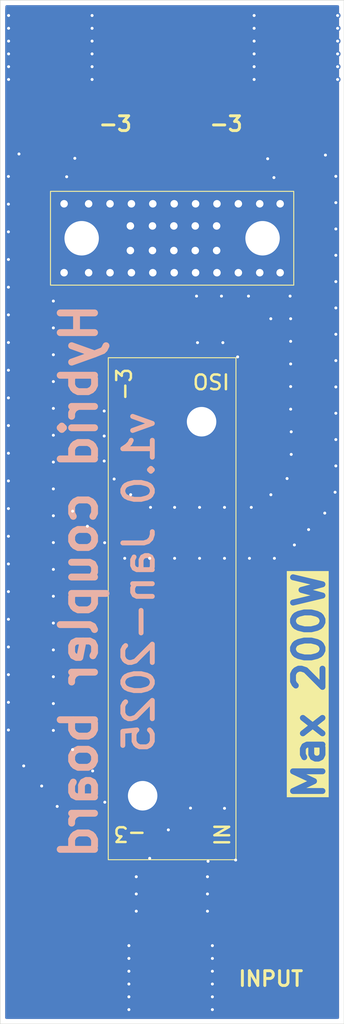
<source format=kicad_pcb>
(kicad_pcb (version 20240108) (generator "pcbnew") (generator_version "8.0")
  (layers (0 "F.Cu" signal) (31 "B.Cu" signal) (34 "B.Paste" user) (35 "F.Paste" user) (36 "B.SilkS" user "B.Silkscreen") (37 "F.SilkS" user "F.Silkscreen") (38 "B.Mask" user) (39 "F.Mask" user) (44 "Edge.Cuts" user))
  (net 0 "")
  (net 1 "GND")
  (net 2 "Net-(J0-In)")
  (net 3 "Net-(J90-In)")
  (net 4 "Net-(JIn1-In)")
  (net 5 "Net-(U1-ISO)")
  (footprint "Footprints:RfPower" (layer "F.Cu") (at 136.9 101.52 90)
    (property "Reference" "U1" (hide yes))
    (property "Value" "~" (hide yes))
    (fp_rect (start -25.5 -6.5) (end 25.5 6.5) (stroke (width 0.1)) (fill none) (layer "F.SilkS"))
    (fp_text user "ISO" (at 24 6 180) (layer "F.SilkS") (effects (font (size 1.5 1.5) (thickness 0.25)) (justify left bottom)))
    (fp_text user "IN" (at -24.25 6 90) (layer "F.SilkS") (effects (font (size 1.5 1.5) (thickness 0.25)) (justify left bottom)))
    (fp_text user "-3" (at -22 -2.5 180) (layer "F.SilkS") (effects (font (size 1.5 1.5) (thickness 0.25)) (justify left bottom)))
    (fp_text user "-3" (at 21 -4 90) (layer "F.SilkS") (effects (font (size 1.5 1.5) (thickness 0.25)) (justify left bottom)))
    (pad "1" smd rect (at -23 -9.275) (size 3 3) (layers "F.Cu" "F.Paste" "F.Mask") (net 2 "Net-(J0-In)"))
    (pad "2" smd rect (at 23 -9.275) (size 3 3) (layers "F.Cu" "F.Paste" "F.Mask") (net 3 "Net-(J90-In)"))
    (pad "3" smd rect (at -23 9.25) (size 3 3) (layers "F.Cu" "F.Paste" "F.Mask") (net 4 "Net-(JIn1-In)"))
    (pad "4" smd rect (at 23 9.25) (size 3 3) (layers "F.Cu" "F.Paste" "F.Mask") (net 5 "Net-(U1-ISO)"))
    (pad "5" thru_hole circle (at -19 -3 90) (size 5 5) (drill 3) (layers "*.Cu" "*.Mask") (net 1 "GND"))
    (pad "5" thru_hole circle (at 19 3 90) (size 5 5) (drill 3) (layers "*.Cu" "*.Mask") (net 1 "GND"))
  )
  (footprint "Footprints:Wire connector" (layer "F.Cu") (at 136.9 134.5 -90)
    (property "Reference" "JIn1" (hide yes))
    (property "Value" "~" (hide yes))
    (pad "1" smd rect (at -4 0 180) (size 4 4) (layers "F.Cu" "F.Paste" "F.Mask") (net 4 "Net-(JIn1-In)"))
    (pad "2" smd rect (at 4.5 0.1 180) (size 7 7) (layers "F.Cu" "F.Paste" "F.Mask") (net 1 "GND"))
  )
  (footprint "Footprints:32-7001" (layer "F.Cu") (at 136.9 63.88 180)
    (property "Reference" "R1" (hide yes))
    (property "Value" "32-7001" (hide yes))
    (fp_rect (start -12.385 -4.765) (end 12.385 4.765) (stroke (width 0.1)) (fill none) (layer "F.SilkS"))
    (pad "1" smd rect (at 0 -8.15 90) (size 3.8 2) (layers "F.Cu" "F.Paste" "F.Mask") (net 5 "Net-(U1-ISO)"))
    (pad "2" thru_hole circle (at -11 -3.5 180) (size 1.524 1.524) (drill 0.762) (layers "*.Cu" "*.Mask") (net 1 "GND"))
    (pad "2" thru_hole circle (at -11 3.5 180) (size 1.524 1.524) (drill 0.762) (layers "*.Cu" "*.Mask") (net 1 "GND"))
    (pad "2" thru_hole circle (at -9.21 0 90) (size 5 5) (drill 3.5) (layers "*.Cu" "*.Mask") (net 1 "GND"))
    (pad "2" thru_hole circle (at -8.922223 -3.5 180) (size 1.524 1.524) (drill 0.762) (layers "*.Cu" "*.Mask") (net 1 "GND"))
    (pad "2" thru_hole circle (at -8.922223 3.5 180) (size 1.524 1.524) (drill 0.762) (layers "*.Cu" "*.Mask") (net 1 "GND"))
    (pad "2" thru_hole circle (at -6.744446 -3.5 180) (size 1.524 1.524) (drill 0.762) (layers "*.Cu" "*.Mask") (net 1 "GND"))
    (pad "2" thru_hole circle (at -6.744446 3.5 180) (size 1.524 1.524) (drill 0.762) (layers "*.Cu" "*.Mask") (net 1 "GND"))
    (pad "2" thru_hole circle (at -4.566669 -3.5 180) (size 1.524 1.524) (drill 0.762) (layers "*.Cu" "*.Mask") (net 1 "GND"))
    (pad "2" thru_hole circle (at -4.566669 3.5 180) (size 1.524 1.524) (drill 0.762) (layers "*.Cu" "*.Mask") (net 1 "GND"))
    (pad "2" thru_hole circle (at -4.533331 -1.25 180) (size 1.524 1.524) (drill 0.762) (layers "*.Cu" "*.Mask") (net 1 "GND"))
    (pad "2" thru_hole circle (at -4.533331 1.25 180) (size 1.524 1.524) (drill 0.762) (layers "*.Cu" "*.Mask") (net 1 "GND"))
    (pad "2" thru_hole circle (at -2.388892 -3.5 180) (size 1.524 1.524) (drill 0.762) (layers "*.Cu" "*.Mask") (net 1 "GND"))
    (pad "2" thru_hole circle (at -2.388892 3.5 180) (size 1.524 1.524) (drill 0.762) (layers "*.Cu" "*.Mask") (net 1 "GND"))
    (pad "2" thru_hole circle (at -2.355554 -1.25 180) (size 1.524 1.524) (drill 0.762) (layers "*.Cu" "*.Mask") (net 1 "GND"))
    (pad "2" thru_hole circle (at -2.355554 1.25 180) (size 1.524 1.524) (drill 0.762) (layers "*.Cu" "*.Mask") (net 1 "GND"))
    (pad "2" thru_hole circle (at -0.211115 -3.5 180) (size 1.524 1.524) (drill 0.762) (layers "*.Cu" "*.Mask") (net 1 "GND"))
    (pad "2" thru_hole circle (at -0.211115 3.5 180) (size 1.524 1.524) (drill 0.762) (layers "*.Cu" "*.Mask") (net 1 "GND"))
    (pad "2" thru_hole circle (at -0.177777 -1.25 180) (size 1.524 1.524) (drill 0.762) (layers "*.Cu" "*.Mask") (net 1 "GND"))
    (pad "2" thru_hole circle (at -0.177777 1.25 180) (size 1.524 1.524) (drill 0.762) (layers "*.Cu" "*.Mask") (net 1 "GND"))
    (pad "2" smd rect (at 0 0 90) (size 9.4 24.6) (layers "F.Cu" "F.Mask") (net 1 "GND"))
    (pad "2" smd rect (at 0 0 90) (size 9.4 24.6) (layers "B.Cu" "B.Mask") (net 1 "GND"))
    (pad "2" thru_hole circle (at 1.966662 -3.5 180) (size 1.524 1.524) (drill 0.762) (layers "*.Cu" "*.Mask") (net 1 "GND"))
    (pad "2" thru_hole circle (at 1.966662 3.5 180) (size 1.524 1.524) (drill 0.762) (layers "*.Cu" "*.Mask") (net 1 "GND"))
    (pad "2" thru_hole circle (at 2 -1.25 180) (size 1.524 1.524) (drill 0.762) (layers "*.Cu" "*.Mask") (net 1 "GND"))
    (pad "2" thru_hole circle (at 2 1.25 180) (size 1.524 1.524) (drill 0.762) (layers "*.Cu" "*.Mask") (net 1 "GND"))
    (pad "2" thru_hole circle (at 4.144439 -3.5 180) (size 1.524 1.524) (drill 0.762) (layers "*.Cu" "*.Mask") (net 1 "GND"))
    (pad "2" thru_hole circle (at 4.144439 3.5 180) (size 1.524 1.524) (drill 0.762) (layers "*.Cu" "*.Mask") (net 1 "GND"))
    (pad "2" thru_hole circle (at 4.25 -1.25 180) (size 1.524 1.524) (drill 0.762) (layers "*.Cu" "*.Mask") (net 1 "GND"))
    (pad "2" thru_hole circle (at 4.25 1.25 180) (size 1.524 1.524) (drill 0.762) (layers "*.Cu" "*.Mask") (net 1 "GND"))
    (pad "2" thru_hole circle (at 6.322216 -3.5 180) (size 1.524 1.524) (drill 0.762) (layers "*.Cu" "*.Mask") (net 1 "GND"))
    (pad "2" thru_hole circle (at 6.322216 3.5 180) (size 1.524 1.524) (drill 0.762) (layers "*.Cu" "*.Mask") (net 1 "GND"))
    (pad "2" thru_hole circle (at 8.5 -3.5 180) (size 1.524 1.524) (drill 0.762) (layers "*.Cu" "*.Mask") (net 1 "GND"))
    (pad "2" thru_hole circle (at 8.5 3.5 180) (size 1.524 1.524) (drill 0.762) (layers "*.Cu" "*.Mask") (net 1 "GND"))
    (pad "2" thru_hole circle (at 9.21 0 90) (size 5 5) (drill 3.5) (layers "*.Cu" "*.Mask") (net 1 "GND"))
    (pad "2" thru_hole circle (at 11 -3.5 180) (size 1.524 1.524) (drill 0.762) (layers "*.Cu" "*.Mask") (net 1 "GND"))
    (pad "2" thru_hole circle (at 11 3.5 180) (size 1.524 1.524) (drill 0.762) (layers "*.Cu" "*.Mask") (net 1 "GND"))
  )
  (footprint "Footprints:Wire connector" (layer "F.Cu") (at 149.398 49 90)
    (property "Reference" "J90" (hide yes))
    (property "Value" "~" (hide yes))
    (pad "1" smd rect (at -4 0) (size 4 4) (layers "F.Cu" "F.Paste" "F.Mask") (net 3 "Net-(J90-In)"))
    (pad "2" smd rect (at 4.5 0.1) (size 7 7) (layers "F.Cu" "F.Paste" "F.Mask") (net 1 "GND"))
  )
  (footprint "Footprints:Wire connector" (layer "F.Cu") (at 124.41 49 90)
    (property "Reference" "J0" (hide yes))
    (property "Value" "~" (hide yes))
    (pad "1" smd rect (at -4 0) (size 4 4) (layers "F.Cu" "F.Paste" "F.Mask") (net 2 "Net-(J0-In)"))
    (pad "2" smd rect (at 4.5 0.1) (size 7 7) (layers "F.Cu" "F.Paste" "F.Mask") (net 1 "GND"))
  )
  (gr_rect (start 119.4 39.7) (end 154.4 143.7) (stroke (width 0.05)) (fill none) (layer "Edge.Cuts"))
  (gr_text "Hybrid coupler board" (at 129.467 70.173378 90) (layer "B.SilkS") (effects (font (size 3.5 3.5) (thickness 0.7) (bold yes)) (justify left bottom mirror)))
  (gr_text "v1.0 Jan-2025" (at 135.275 81.221 90) (layer "B.SilkS") (effects (font (size 3 3) (thickness 0.5) (bold yes)) (justify left bottom mirror)))
  (gr_text "Max 200W" (at 152.609 121.148 90) (layer "F.SilkS" knockout) (effects (font (size 3 3) (thickness 0.6) (bold yes)) (justify left bottom)))
  (gr_text "-3       -3" (at 129.276 53.138 0) (layer "F.SilkS") (effects (font (size 1.5 1.5) (thickness 0.3) (bold yes)) (justify left bottom)))
  (gr_text "INPUT" (at 143.5 139.996 0) (layer "F.SilkS") (effects (font (size 1.5 1.5) (thickness 0.3) (bold yes)) (justify left bottom)))
  (via (at 124.808 70.263) (size 0.6) (drill 0.3) (layers "F.Cu" "B.Cu") (net 1))
  (via (at 121.308 55.318) (size 0.6) (drill 0.3) (layers "F.Cu" "B.Cu") (net 1))
  (via (at 124.808 81.168) (size 0.6) (drill 0.3) (layers "F.Cu" "B.Cu") (net 1))
  (via (at 148.913 69.76) (size 0.6) (drill 0.3) (layers "F.Cu" "B.Cu") (net 1))
  (via (at 139.486 74.487) (size 0.6) (drill 0.3) (layers "F.Cu" "B.Cu") (net 1))
  (via (at 124.808 89.34675) (size 0.6) (drill 0.3) (layers "F.Cu" "B.Cu") (net 1))
  (via (at 146.948 72.057285) (size 0.6) (drill 0.3) (layers "F.Cu" "B.Cu") (net 1))
  (via (at 124.808 100.25175) (size 0.6) (drill 0.3) (layers "F.Cu" "B.Cu") (net 1))
  (via (at 128.75 41.25) (size 0.6) (drill 0.3) (layers "F.Cu" "B.Cu") (net 1))
  (via (at 134.615 126.87875) (size 0.6) (drill 0.3) (layers "F.Cu" "B.Cu") (net 1))
  (via (at 123.617 119.533) (size 0.6) (drill 0.3) (layers "F.Cu" "B.Cu") (net 1))
  (via (at 148.97 76.651855) (size 0.6) (drill 0.3) (layers "F.Cu" "B.Cu") (net 1))
  (via (at 144.96 91.223) (size 0.6) (drill 0.3) (layers "F.Cu" "B.Cu") (net 1))
  (via (at 144.775 96.39875) (size 0.6) (drill 0.3) (layers "F.Cu" "B.Cu") (net 1))
  (via (at 153.571 57.588) (size 0.6) (drill 0.3) (layers "F.Cu" "B.Cu") (net 1))
  (via (at 120.232 60.4159) (size 0.6) (drill 0.3) (layers "F.Cu" "B.Cu") (net 1))
  (via (at 153.571 76.31125) (size 0.6) (drill 0.3) (layers "F.Cu" "B.Cu") (net 1))
  (via (at 142.235 91.223) (size 0.6) (drill 0.3) (layers "F.Cu" "B.Cu") (net 1))
  (via (at 148.97 74.35457) (size 0.6) (drill 0.3) (layers "F.Cu" "B.Cu") (net 1))
  (via (at 149.027 83.54371) (size 0.6) (drill 0.3) (layers "F.Cu" "B.Cu") (net 1))
  (via (at 124.808 111.15675) (size 0.6) (drill 0.3) (layers "F.Cu" "B.Cu") (net 1))
  (via (at 153.571 65.61225) (size 0.6) (drill 0.3) (layers "F.Cu" "B.Cu") (net 1))
  (via (at 132.68 89.933) (size 0.6) (drill 0.3) (layers "F.Cu" "B.Cu") (net 1))
  (via (at 153.75 47.75) (size 0.6) (drill 0.3) (layers "F.Cu" "B.Cu") (net 1))
  (via (at 124.808 113.883) (size 0.6) (drill 0.3) (layers "F.Cu" "B.Cu") (net 1))
  (via (at 124.808 102.978) (size 0.6) (drill 0.3) (layers "F.Cu" "B.Cu") (net 1))
  (via (at 124.808 86.6205) (size 0.6) (drill 0.3) (layers "F.Cu" "B.Cu") (net 1))
  (via (at 145.25 41.25) (size 0.6) (drill 0.3) (layers "F.Cu" "B.Cu") (net 1))
  (via (at 139.695 96.39875) (size 0.6) (drill 0.3) (layers "F.Cu" "B.Cu") (net 1))
  (via (at 149.351 95.041) (size 0.6) (drill 0.3) (layers "F.Cu" "B.Cu") (net 1))
  (via (at 134.701 91.223) (size 0.6) (drill 0.3) (layers "F.Cu" "B.Cu") (net 1))
  (via (at 133.25 132.25) (size 0.6) (drill 0.3) (layers "F.Cu" "B.Cu") (net 1))
  (via (at 142.235 96.39875) (size 0.6) (drill 0.3) (layers "F.Cu" "B.Cu") (net 1))
  (via (at 121.788 117.49) (size 0.6) (drill 0.3) (layers "F.Cu" "B.Cu") (net 1))
  (via (at 130.049 121.179) (size 0.6) (drill 0.3) (layers "F.Cu" "B.Cu") (net 1))
  (via (at 141 140.95) (size 0.6) (drill 0.3) (layers "F.Cu" "B.Cu") (net 1))
  (via (at 133.25 128.75) (size 0.6) (drill 0.3) (layers "F.Cu" "B.Cu") (net 1))
  (via (at 153.495 89.685) (size 0.6) (drill 0.3) (layers "F.Cu" "B.Cu") (net 1))
  (via (at 120.232 94.1587) (size 0.6) (drill 0.3) (layers "F.Cu" "B.Cu") (net 1))
  (via (at 128.75 45.15) (size 0.6) (drill 0.3) (layers "F.Cu" "B.Cu") (net 1))
  (via (at 120.232 113.842) (size 0.6) (drill 0.3) (layers "F.Cu" "B.Cu") (net 1))
  (via (at 147.315 96.39875) (size 0.6) (drill 0.3) (layers "F.Cu" "B.Cu") (net 1))
  (via (at 153.571 68.287) (size 0.6) (drill 0.3) (layers "F.Cu" "B.Cu") (net 1))
  (via (at 120.25 41.25) (size 0.6) (drill 0.3) (layers "F.Cu" "B.Cu") (net 1))
  (via (at 120.232 88.5349) (size 0.6) (drill 0.3) (layers "F.Cu" "B.Cu") (net 1))
  (via (at 145.25 42.55) (size 0.6) (drill 0.3) (layers "F.Cu" "B.Cu") (net 1))
  (via (at 140.559 127.179) (size 0.6) (drill 0.3) (layers "F.Cu" "B.Cu") (net 1))
  (via (at 128.275 93.14) (size 0.6) (drill 0.3) (layers "F.Cu" "B.Cu") (net 1))
  (via (at 153.571 81.66075) (size 0.6) (drill 0.3) (layers "F.Cu" "B.Cu") (net 1))
  (via (at 132.5 135.75) (size 0.6) (drill 0.3) (layers "F.Cu" "B.Cu") (net 1))
  (via (at 143.367 127.051) (size 0.6) (drill 0.3) (layers "F.Cu" "B.Cu") (net 1))
  (via (at 153.75 43.85) (size 0.6) (drill 0.3) (layers "F.Cu" "B.Cu") (net 1))
  (via (at 153.75 42.55) (size 0.6) (drill 0.3) (layers "F.Cu" "B.Cu") (net 1))
  (via (at 144.677 69.76) (size 0.6) (drill 0.3) (layers "F.Cu" "B.Cu") (net 1))
  (via (at 148.97 81.246425) (size 0.6) (drill 0.3) (layers "F.Cu" "B.Cu") (net 1))
  (via (at 120.232 85.723) (size 0.6) (drill 0.3) (layers "F.Cu" "B.Cu") (net 1))
  (via (at 120.232 105.4063) (size 0.6) (drill 0.3) (layers "F.Cu" "B.Cu") (net 1))
  (via (at 129.984 86.514) (size 0.6) (drill 0.3) (layers "F.Cu" "B.Cu") (net 1))
  (via (at 141 142.25) (size 0.6) (drill 0.3) (layers "F.Cu" "B.Cu") (net 1))
  (via (at 147.268 57.718) (size 0.6) (drill 0.3) (layers "F.Cu" "B.Cu") (net 1))
  (via (at 153.571 84.3355) (size 0.6) (drill 0.3) (layers "F.Cu" "B.Cu") (net 1))
  (via (at 132.075 96.39875) (size 0.6) (drill 0.3) (layers "F.Cu" "B.Cu") (net 1))
  (via (at 153.571 60.26275) (size 0.6) (drill 0.3) (layers "F.Cu" "B.Cu") (net 1))
  (via (at 145.25 45.15) (size 0.6) (drill 0.3) (layers "F.Cu" "B.Cu") (net 1))
  (via (at 120.232 63.2278) (size 0.6) (drill 0.3) (layers "F.Cu" "B.Cu") (net 1))
  (via (at 120.232 80.0992) (size 0.6) (drill 0.3) (layers "F.Cu" "B.Cu") (net 1))
  (via (at 120.232 99.7825) (size 0.6) (drill 0.3) (layers "F.Cu" "B.Cu") (net 1))
  (via (at 140.5 130.5) (size 0.6) (drill 0.3) (layers "F.Cu" "B.Cu") (net 1))
  (via (at 137.155 91.223) (size 0.6) (drill 0.3) (layers "F.Cu" "B.Cu") (net 1))
  (via (at 148.97 78.94914) (size 0.6) (drill 0.3) (layers "F.Cu" "B.Cu") (net 1))
  (via (at 120.232 82.9111) (size 0.6) (drill 0.3) (layers "F.Cu" "B.Cu") (net 1))
  (via (at 132.5 139.65) (size 0.6) (drill 0.3) (layers "F.Cu" "B.Cu") (net 1))
  (via (at 143.571 75.934) (size 0.6) (drill 0.3) (layers "F.Cu" "B.Cu") (net 1))
  (via (at 145.25 43.85) (size 0.6) (drill 0.3) (layers "F.Cu" "B.Cu") (net 1))
  (via (at 153.571 70.96175) (size 0.6) (drill 0.3) (layers "F.Cu" "B.Cu") (net 1))
  (via (at 152.511 55.431) (size 0.6) (drill 0.3) (layers "F.Cu" "B.Cu") (net 1))
  (via (at 141 139.65) (size 0.6) (drill 0.3) (layers "F.Cu" "B.Cu") (net 1))
  (via (at 132.5 137.05) (size 0.6) (drill 0.3) (layers "F.Cu" "B.Cu") (net 1))
  (via (at 120.232 91.3468) (size 0.6) (drill 0.3) (layers "F.Cu" "B.Cu") (net 1))
  (via (at 120.232 96.9706) (size 0.6) (drill 0.3) (layers "F.Cu" "B.Cu") (net 1))
  (via (at 128.75 47.75) (size 0.6) (drill 0.3) (layers "F.Cu" "B.Cu") (net 1))
  (via (at 137.155 96.39875) (size 0.6) (drill 0.3) (layers "F.Cu" "B.Cu") (net 1))
  (via (at 120.25 43.85) (size 0.6) (drill 0.3) (layers "F.Cu" "B.Cu") (net 1))
  (via (at 126.995 55.75875) (size 0.6) (drill 0.3) (layers "F.Cu" "B.Cu") (net 1))
  (via (at 145.25 47.75) (size 0.6) (drill 0.3) (layers "F.Cu" "B.Cu") (net 1))
  (via (at 130.997 88.344) (size 0.6) (drill 0.3) (layers "F.Cu" "B.Cu") (net 1))
  (via (at 120.232 57.604) (size 0.6) (drill 0.3) (layers "F.Cu" "B.Cu") (net 1))
  (via (at 153.75 45.15) (size 0.6) (drill 0.3) (layers "F.Cu" "B.Cu") (net 1))
  (via (at 124.808 83.89425) (size 0.6) (drill 0.3) (layers "F.Cu" "B.Cu") (net 1))
  (via (at 134.615 96.39875) (size 0.6) (drill 0.3) (layers "F.Cu" "B.Cu") (net 1))
  (via (at 120.232 71.6635) (size 0.6) (drill 0.3) (layers "F.Cu" "B.Cu") (net 1))
  (via (at 152.443 91.807) (size 0.6) (drill 0.3) (layers "F.Cu" "B.Cu") (net 1))
  (via (at 128.75 42.55) (size 0.6) (drill 0.3) (layers "F.Cu" "B.Cu") (net 1))
  (via (at 128.808 118.001) (size 0.6) (drill 0.3) (layers "F.Cu" "B.Cu") (net 1))
  (via (at 136.516 123.988) (size 0.6) (drill 0.3) (layers "F.Cu" "B.Cu") (net 1))
  (via (at 146.63 55.803) (size 0.6) (drill 0.3) (layers "F.Cu" "B.Cu") (net 1))
  (via (at 153.75 46.45) (size 0.6) (drill 0.3) (layers "F.Cu" "B.Cu") (net 1))
  (via (at 124.808 97.5255) (size 0.6) (drill 0.3) (layers "F.Cu" "B.Cu") (net 1))
  (via (at 153.571 62.9375) (size 0.6) (drill 0.3) (layers "F.Cu" "B.Cu") (net 1))
  (via (at 141 138.35) (size 0.6) (drill 0.3) (layers "F.Cu" "B.Cu") (net 1))
  (via (at 124.808 92.073) (size 0.6) (drill 0.3) (layers "F.Cu" "B.Cu") (net 1))
  (via (at 141.926 69.76) (size 0.6) (drill 0.3) (layers "F.Cu" "B.Cu") (net 1))
  (via (at 142.068 74.487) (size 0.6) (drill 0.3) (layers "F.Cu" "B.Cu") (net 1))
  (via (at 141 137.05) (size 0.6) (drill 0.3) (layers "F.Cu" "B.Cu") (net 1))
  (via (at 120.232 66.0397) (size 0.6) (drill 0.3) (layers "F.Cu" "B.Cu") (net 1))
  (via (at 142.235 121.79875) (size 0.6) (drill 0.3) (layers "F.Cu" "B.Cu") (net 1))
  (via (at 149.027 85.841) (size 0.6) (drill 0.3) (layers "F.Cu" "B.Cu") (net 1))
  (via (at 124.808 94.79925) (size 0.6) (drill 0.3) (layers "F.Cu" "B.Cu") (net 1))
  (via (at 126.766 115.831) (size 0.6) (drill 0.3) (layers "F.Cu" "B.Cu") (net 1))
  (via (at 124.808 75.7155) (size 0.6) (drill 0.3) (layers "F.Cu" "B.Cu") (net 1))
  (via (at 120.232 108.2182) (size 0.6) (drill 0.3) (layers "F.Cu" "B.Cu") (net 1))
  (via (at 145.25 46.45) (size 0.6) (drill 0.3) (layers "F.Cu" "B.Cu") (net 1))
  (via (at 133.25 130.5) (size 0.6) (drill 0.3) (layers "F.Cu" "B.Cu") (net 1))
  (via (at 120.25 42.55) (size 0.6) (drill 0.3) (layers "F.Cu" "B.Cu") (net 1))
  (via (at 153.571 78.986) (size 0.6) (drill 0.3) (layers "F.Cu" "B.Cu") (net 1))
  (via (at 124.808 105.70425) (size 0.6) (drill 0.3) (layers "F.Cu" "B.Cu") (net 1))
  (via (at 141 135.75) (size 0.6) (drill 0.3) (layers "F.Cu" "B.Cu") (net 1))
  (via (at 153.75 41.25) (size 0.6) (drill 0.3) (layers "F.Cu" "B.Cu") (net 1))
  (via (at 126.772 91.608) (size 0.6) (drill 0.3) (layers "F.Cu" "B.Cu") (net 1))
  (via (at 148.604 88.294) (size 0.6) (drill 0.3) (layers "F.Cu" "B.Cu") (net 1))
  (via (at 120.25 46.45) (size 0.6) (drill 0.3) (layers "F.Cu" "B.Cu") (net 1))
  (via (at 130.034 94.814) (size 0.6) (drill 0.3) (layers "F.Cu" "B.Cu") (net 1))
  (via (at 120.232 74.4754) (size 0.6) (drill 0.3) (layers "F.Cu" "B.Cu") (net 1))
  (via (at 153.571 87.01025) (size 0.6) (drill 0.3) (layers "F.Cu" "B.Cu") (net 1))
  (via (at 128.75 43.85) (size 0.6) (drill 0.3) (layers "F.Cu" "B.Cu") (net 1))
  (via (at 150.798 93.48) (size 0.6) (drill 0.3) (layers "F.Cu" "B.Cu") (net 1))
  (via (at 120.232 77.2873) (size 0.6) (drill 0.3) (layers "F.Cu" "B.Cu") (net 1))
  (via (at 120.232 68.8516) (size 0.6) (drill 0.3) (layers "F.Cu" "B.Cu") (net 1))
  (via (at 124.808 78.44175) (size 0.6) (drill 0.3) (layers "F.Cu" "B.Cu") (net 1))
  (via (at 148.97 72.057285) (size 0.6) (drill 0.3) (layers "F.Cu" "B.Cu") (net 1))
  (via (at 139.695 91.223) (size 0.6) (drill 0.3) (layers "F.Cu" "B.Cu") (net 1))
  (via (at 139.386 69.76) (size 0.6) (drill 0.3) (layers "F.Cu" "B.Cu") (net 1))
  (via (at 129.984 83.974) (size 0.6) (drill 0.3) (layers "F.Cu" "B.Cu") (net 1))
  (via (at 138.772 121.775) (size 0.6) (drill 0.3) (layers "F.Cu" "B.Cu") (net 1))
  (via (at 132.5 140.95) (size 0.6) (drill 0.3) (layers "F.Cu" "B.Cu") (net 1))
  (via (at 153.571 73.6365) (size 0.6) (drill 0.3) (layers "F.Cu" "B.Cu") (net 1))
  (via (at 132.5 142.25) (size 0.6) (drill 0.3) (layers "F.Cu" "B.Cu") (net 1))
  (via (at 125.198 121.605) (size 0.6) (drill 0.3) (layers "F.Cu" "B.Cu") (net 1))
  (via (at 120.232 111.0301) (size 0.6) (drill 0.3) (layers "F.Cu" "B.Cu") (net 1))
  (via (at 129.984 81.434) (size 0.6) (drill 0.3) (layers "F.Cu" "B.Cu") (net 1))
  (via (at 132.5 138.35) (size 0.6) (drill 0.3) (layers "F.Cu" "B.Cu") (net 1))
  (via (at 140.5 128.75) (size 0.6) (drill 0.3) (layers "F.Cu" "B.Cu") (net 1))
  (via (at 140.5 132.25) (size 0.6) (drill 0.3) (layers "F.Cu" "B.Cu") (net 1))
  (via (at 120.25 45.15) (size 0.6) (drill 0.3) (layers "F.Cu" "B.Cu") (net 1))
  (via (at 128.75 46.45) (size 0.6) (drill 0.3) (layers "F.Cu" "B.Cu") (net 1))
  (via (at 146.956 89.938) (size 0.6) (drill 0.3) (layers "F.Cu" "B.Cu") (net 1))
  (via (at 120.232 102.5944) (size 0.6) (drill 0.3) (layers "F.Cu" "B.Cu") (net 1))
  (via (at 124.808 72.98925) (size 0.6) (drill 0.3) (layers "F.Cu" "B.Cu") (net 1))
  (via (at 126.164 57.633) (size 0.6) (drill 0.3) (layers "F.Cu" "B.Cu") (net 1))
  (via (at 120.25 47.75) (size 0.6) (drill 0.3) (layers "F.Cu" "B.Cu") (net 1))
  (via (at 124.808 108.4305) (size 0.6) (drill 0.3) (layers "F.Cu" "B.Cu") (net 1))
  (segment (start 122.36 114.77) (end 127.615 120.025) (width 2.1) (layer "F.Cu") (net 2))
  (segment (start 127.615 120.025) (end 127.615 124.52) (width 2.1) (layer "F.Cu") (net 2))
  (segment (start 124.41 55.95) (end 124.41 53) (width 2.1) (layer "F.Cu") (net 2))
  (segment (start 122.36 58) (end 122.36 114.77) (width 2.1) (layer "F.Cu") (net 2))
  (segment (start 124.41 55.95) (end 122.36 58) (width 2.1) (layer "F.Cu") (net 2))
  (segment (start 151.39 57.86) (end 151.39 88.91) (width 2.1) (layer "F.Cu") (net 3))
  (segment (start 149.395 53.003) (end 149.398 53) (width 2.1) (layer "F.Cu") (net 3))
  (segment (start 127.625 88.405) (end 127.625 78.53) (width 2.1) (layer "F.Cu") (net 3))
  (segment (start 146.629 93.671) (end 132.891 93.671) (width 2.1) (layer "F.Cu") (net 3))
  (segment (start 149.395 55.865) (end 151.39 57.86) (width 2.1) (layer "F.Cu") (net 3))
  (segment (start 132.891 93.671) (end 127.625 88.405) (width 2.1) (layer "F.Cu") (net 3))
  (segment (start 127.625 78.53) (end 127.615 78.52) (width 2.1) (layer "F.Cu") (net 3))
  (segment (start 151.39 88.91) (end 146.629 93.671) (width 2.1) (layer "F.Cu") (net 3))
  (segment (start 149.395 55.865) (end 149.395 53.003) (width 2.1) (layer "F.Cu") (net 3))
  (segment (start 139.4475 124.52) (end 145.42 124.52) (width 2.1) (layer "F.Cu") (net 4))
  (segment (start 136.9 127.0675) (end 136.9 130.5) (width 2.1) (layer "F.Cu") (net 4))
  (segment (start 136.9 127.0675) (end 139.4475 124.52) (width 2.1) (layer "F.Cu") (net 4))
  (segment (start 143.52 72.03) (end 136.967777 72.03) (width 2.1) (layer "F.Cu") (net 5))
  (segment (start 146.14 78.52) (end 146.14 74.65) (width 2.1) (layer "F.Cu") (net 5))
  (segment (start 146.14 74.65) (end 143.52 72.03) (width 2.1) (layer "F.Cu") (net 5))
  (zone (net 1) (net_name "GND") (layers "F&B.Cu") (connect_pads (clearance 0.749)) (min_thickness 0.25) (fill yes (thermal_gap 0.5) (thermal_bridge_width 0.5))
    (polygon (pts (xy 119.958 39.702) (xy 154.391 39.688) (xy 154.392 143.7) (xy 119.412 143.698) (xy 119.404 49.702)))
  )
)
</source>
